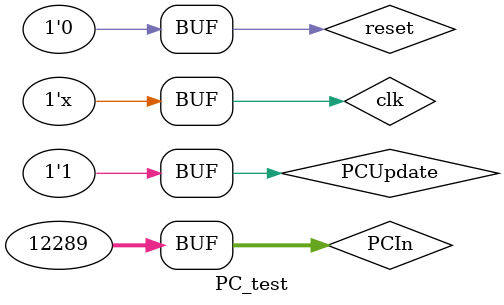
<source format=v>
`timescale 1ns / 1ps


module PC_test;

	// Inputs
	reg clk;
	reg reset;
	reg PCUpdate;
	reg [31:0] PCIn;

	// Outputs
	wire [31:0] PCOut;
	wire [4:0] ExcCode;

	// Instantiate the Unit Under Test (UUT)
	PC uut (
		.clk(clk), 
		.reset(reset), 
		.PCUpdate(PCUpdate), 
		.PCIn(PCIn), 
		.PCOut(PCOut), 
		.ExcCode(ExcCode)
	);

	initial begin
		// Initialize Inputs
		clk = 0;
		reset = 0;
		PCUpdate = 0;
		PCIn = 0;

		// Wait 100 ns for global reset to finish
		#100;
		
		PCUpdate = 1;
		PCIn = 32'h3001;
		
		// Add stimulus here

	end
   
	always #5 clk=!clk;
   
endmodule


</source>
